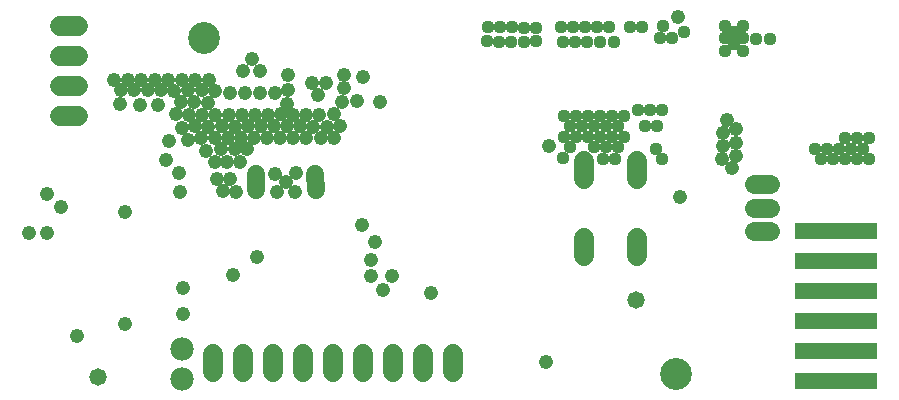
<source format=gbs>
G75*
G70*
%OFA0B0*%
%FSLAX24Y24*%
%IPPOS*%
%LPD*%
%AMOC8*
5,1,8,0,0,1.08239X$1,22.5*
%
%ADD10C,0.0674*%
%ADD11C,0.0780*%
%ADD12C,0.0595*%
%ADD13C,0.0680*%
%ADD14C,0.0631*%
%ADD15C,0.1064*%
%ADD16R,0.2730X0.0580*%
%ADD17C,0.0580*%
%ADD18C,0.0476*%
%ADD19C,0.0437*%
D10*
X004704Y010889D02*
X005298Y010889D01*
X005298Y011889D02*
X004704Y011889D01*
X004704Y012889D02*
X005298Y012889D01*
X005298Y013889D02*
X004704Y013889D01*
X022178Y009365D02*
X022178Y008772D01*
X023949Y008772D02*
X023949Y009365D01*
X023949Y006806D02*
X023949Y006213D01*
X022178Y006213D02*
X022178Y006806D01*
D11*
X008751Y003117D03*
X008751Y002117D03*
D12*
X011248Y008412D02*
X011246Y008927D01*
X013214Y008937D02*
X013217Y008423D01*
D13*
X012811Y002949D02*
X012811Y002349D01*
X011811Y002349D02*
X011811Y002949D01*
X010811Y002949D02*
X010811Y002349D01*
X009811Y002349D02*
X009811Y002949D01*
X013811Y002949D02*
X013811Y002349D01*
X014811Y002349D02*
X014811Y002949D01*
X015811Y002949D02*
X015811Y002349D01*
X016811Y002349D02*
X016811Y002949D01*
X017811Y002949D02*
X017811Y002349D01*
D14*
X027829Y007031D02*
X028380Y007031D01*
X028380Y007819D02*
X027829Y007819D01*
X027829Y008606D02*
X028380Y008606D01*
D15*
X025240Y002270D03*
X009492Y013490D03*
D16*
X030582Y007056D03*
X030582Y006056D03*
X030582Y005056D03*
X030582Y004056D03*
X030582Y003056D03*
X030582Y002056D03*
D17*
X023901Y004739D03*
X005951Y002189D03*
D18*
X005251Y003539D03*
X006851Y003939D03*
X008801Y004289D03*
X008801Y005139D03*
X010451Y005589D03*
X011251Y006189D03*
X010581Y008359D03*
X010131Y008379D03*
X009931Y008779D03*
X010381Y008769D03*
X010281Y009329D03*
X010701Y009349D03*
X010521Y009769D03*
X010311Y010139D03*
X010741Y010139D03*
X011161Y010149D03*
X010941Y009769D03*
X011591Y010139D03*
X012041Y010139D03*
X012471Y010129D03*
X012891Y010129D03*
X012701Y010529D03*
X012271Y010539D03*
X011841Y010539D03*
X011391Y010529D03*
X011191Y010899D03*
X010961Y010539D03*
X010761Y010909D03*
X010321Y010919D03*
X010101Y010529D03*
X010531Y010519D03*
X009871Y010149D03*
X010071Y009769D03*
X009861Y009339D03*
X009571Y009719D03*
X009411Y010139D03*
X008961Y010089D03*
X008761Y010479D03*
X009211Y010529D03*
X009641Y010519D03*
X009441Y010919D03*
X009011Y010919D03*
X009161Y011329D03*
X008731Y011339D03*
X008571Y010929D03*
X007951Y011239D03*
X008071Y011729D03*
X007851Y012089D03*
X007621Y011729D03*
X007401Y012089D03*
X007181Y011739D03*
X006951Y012089D03*
X006731Y011729D03*
X006501Y012089D03*
X006691Y011289D03*
X007351Y011239D03*
X008511Y011719D03*
X008301Y012089D03*
X008751Y012089D03*
X008971Y011729D03*
X009201Y012089D03*
X009421Y011729D03*
X009651Y012089D03*
X009851Y011719D03*
X009631Y011319D03*
X009871Y010919D03*
X010371Y011659D03*
X010871Y011659D03*
X011371Y011659D03*
X011871Y011659D03*
X012311Y011759D03*
X012281Y011289D03*
X012481Y010919D03*
X012051Y010929D03*
X011621Y010919D03*
X012911Y010909D03*
X013341Y010909D03*
X013141Y010509D03*
X013391Y010149D03*
X013841Y010149D03*
X013601Y010519D03*
X014031Y010559D03*
X013821Y010959D03*
X014091Y011359D03*
X014161Y011799D03*
X014151Y012239D03*
X013551Y011989D03*
X013101Y011989D03*
X013301Y011589D03*
X012311Y012239D03*
X011351Y012389D03*
X011101Y012789D03*
X010801Y012389D03*
X008341Y010059D03*
X008221Y009419D03*
X008671Y008969D03*
X008701Y008339D03*
X006851Y007689D03*
X004740Y007850D03*
X004251Y008289D03*
X004251Y006989D03*
X003651Y006989D03*
X011871Y008949D03*
X012231Y008689D03*
X011941Y008359D03*
X012531Y008339D03*
X012571Y008979D03*
X014751Y007239D03*
X015201Y006689D03*
X015051Y006089D03*
X015051Y005539D03*
X015451Y005089D03*
X015751Y005539D03*
X017061Y004969D03*
X020901Y002689D03*
X025351Y008189D03*
X026771Y009459D03*
X027101Y009139D03*
X027231Y009549D03*
X026801Y009889D03*
X027221Y009989D03*
X027231Y010429D03*
X026811Y010319D03*
X026921Y010729D03*
X025301Y014189D03*
X021001Y009889D03*
X015351Y011349D03*
X014601Y011369D03*
X014801Y012189D03*
D19*
X018921Y013369D03*
X019331Y013359D03*
X019731Y013359D03*
X020151Y013359D03*
X020162Y013816D03*
X019751Y013839D03*
X019351Y013839D03*
X018951Y013839D03*
X020555Y013822D03*
X020551Y013369D03*
X021451Y013349D03*
X021861Y013349D03*
X022281Y013359D03*
X022701Y013349D03*
X023151Y013359D03*
X023001Y013839D03*
X022601Y013839D03*
X022201Y013839D03*
X021801Y013839D03*
X021401Y013839D03*
X023701Y013839D03*
X024101Y013839D03*
X024701Y013489D03*
X025101Y013489D03*
X025486Y013681D03*
X024801Y013889D03*
X026851Y013889D03*
X027151Y013689D03*
X027451Y013889D03*
X027451Y013489D03*
X027151Y013289D03*
X026851Y013489D03*
X026851Y013039D03*
X027451Y013039D03*
X027891Y013449D03*
X028351Y013439D03*
X024751Y011089D03*
X024351Y011089D03*
X023951Y011089D03*
X023501Y010889D03*
X023301Y010539D03*
X022901Y010539D03*
X022501Y010539D03*
X022301Y010889D03*
X021901Y010889D03*
X021501Y010889D03*
X021701Y010539D03*
X022101Y010539D03*
X021901Y010189D03*
X021501Y010189D03*
X021701Y009839D03*
X021451Y009489D03*
X022301Y010189D03*
X022701Y010189D03*
X023101Y010189D03*
X023501Y010189D03*
X023301Y009839D03*
X022901Y009839D03*
X022501Y009839D03*
X022801Y009439D03*
X023201Y009439D03*
X024551Y009789D03*
X024751Y009439D03*
X024601Y010539D03*
X024201Y010539D03*
X023101Y010889D03*
X022701Y010889D03*
X029851Y009789D03*
X030251Y009789D03*
X030651Y009789D03*
X031051Y009789D03*
X030851Y010139D03*
X031251Y010139D03*
X031651Y010139D03*
X031451Y009789D03*
X031251Y009439D03*
X030851Y009439D03*
X030451Y009439D03*
X030051Y009439D03*
X031651Y009439D03*
M02*

</source>
